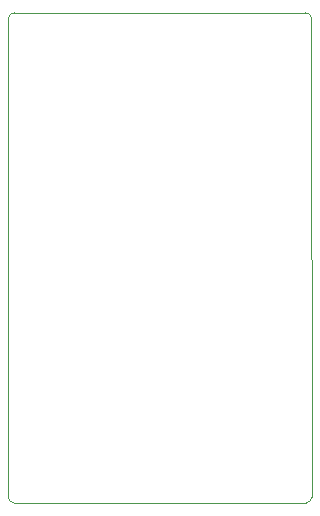
<source format=gm1>
G04 #@! TF.GenerationSoftware,KiCad,Pcbnew,(6.0.11)*
G04 #@! TF.CreationDate,2023-03-19T09:24:41+01:00*
G04 #@! TF.ProjectId,powerbar_pcb,706f7765-7262-4617-925f-7063622e6b69,rev?*
G04 #@! TF.SameCoordinates,Original*
G04 #@! TF.FileFunction,Profile,NP*
%FSLAX46Y46*%
G04 Gerber Fmt 4.6, Leading zero omitted, Abs format (unit mm)*
G04 Created by KiCad (PCBNEW (6.0.11)) date 2023-03-19 09:24:41*
%MOMM*%
%LPD*%
G01*
G04 APERTURE LIST*
G04 #@! TA.AperFunction,Profile*
%ADD10C,0.100000*%
G04 #@! TD*
G04 APERTURE END LIST*
D10*
X128270000Y-55880000D02*
X103632000Y-55880000D01*
X103632000Y-55880000D02*
G75*
G03*
X103124000Y-56388000I0J-508000D01*
G01*
X103608000Y-97408000D02*
X128292000Y-97408000D01*
X103124000Y-56388000D02*
X103100000Y-96900000D01*
X128778000Y-56388000D02*
G75*
G03*
X128270000Y-55880000I-508000J0D01*
G01*
X128292000Y-97408000D02*
G75*
G03*
X128800000Y-96900000I0J508000D01*
G01*
X128800000Y-96900000D02*
X128778000Y-56388000D01*
X103100000Y-96900000D02*
G75*
G03*
X103608000Y-97408000I508000J0D01*
G01*
M02*

</source>
